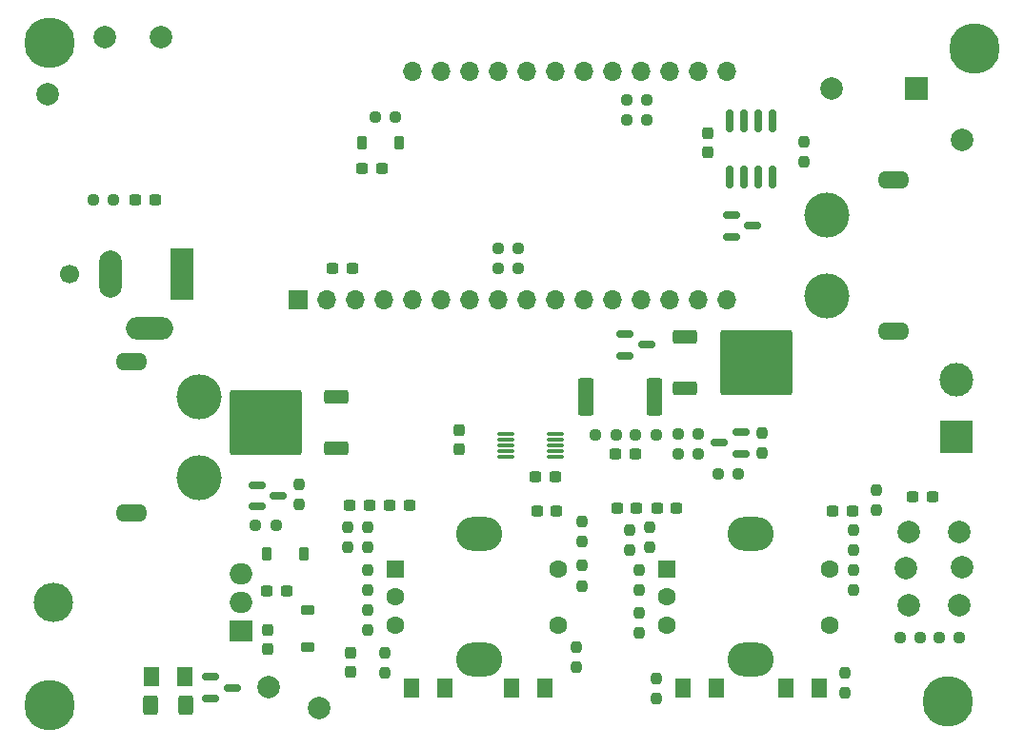
<source format=gts>
%TF.GenerationSoftware,KiCad,Pcbnew,7.0.10-7.0.10~ubuntu22.04.1*%
%TF.CreationDate,2024-01-10T15:33:04-08:00*%
%TF.ProjectId,eFuse_voltmeter_r6,65467573-655f-4766-9f6c-746d65746572,rev?*%
%TF.SameCoordinates,Original*%
%TF.FileFunction,Soldermask,Top*%
%TF.FilePolarity,Negative*%
%FSLAX46Y46*%
G04 Gerber Fmt 4.6, Leading zero omitted, Abs format (unit mm)*
G04 Created by KiCad (PCBNEW 7.0.10-7.0.10~ubuntu22.04.1) date 2024-01-10 15:33:04*
%MOMM*%
%LPD*%
G01*
G04 APERTURE LIST*
G04 Aperture macros list*
%AMRoundRect*
0 Rectangle with rounded corners*
0 $1 Rounding radius*
0 $2 $3 $4 $5 $6 $7 $8 $9 X,Y pos of 4 corners*
0 Add a 4 corners polygon primitive as box body*
4,1,4,$2,$3,$4,$5,$6,$7,$8,$9,$2,$3,0*
0 Add four circle primitives for the rounded corners*
1,1,$1+$1,$2,$3*
1,1,$1+$1,$4,$5*
1,1,$1+$1,$6,$7*
1,1,$1+$1,$8,$9*
0 Add four rect primitives between the rounded corners*
20,1,$1+$1,$2,$3,$4,$5,0*
20,1,$1+$1,$4,$5,$6,$7,0*
20,1,$1+$1,$6,$7,$8,$9,0*
20,1,$1+$1,$8,$9,$2,$3,0*%
G04 Aperture macros list end*
%ADD10RoundRect,0.250000X-0.850000X-0.350000X0.850000X-0.350000X0.850000X0.350000X-0.850000X0.350000X0*%
%ADD11RoundRect,0.249997X-2.950003X-2.650003X2.950003X-2.650003X2.950003X2.650003X-2.950003X2.650003X0*%
%ADD12C,4.500000*%
%ADD13RoundRect,0.237500X0.237500X-0.250000X0.237500X0.250000X-0.237500X0.250000X-0.237500X-0.250000X0*%
%ADD14RoundRect,0.237500X-0.250000X-0.237500X0.250000X-0.237500X0.250000X0.237500X-0.250000X0.237500X0*%
%ADD15RoundRect,0.237500X0.237500X-0.300000X0.237500X0.300000X-0.237500X0.300000X-0.237500X-0.300000X0*%
%ADD16C,2.000000*%
%ADD17RoundRect,0.250001X0.462499X0.624999X-0.462499X0.624999X-0.462499X-0.624999X0.462499X-0.624999X0*%
%ADD18RoundRect,0.250000X0.850000X0.350000X-0.850000X0.350000X-0.850000X-0.350000X0.850000X-0.350000X0*%
%ADD19RoundRect,0.249997X2.950003X2.650003X-2.950003X2.650003X-2.950003X-2.650003X2.950003X-2.650003X0*%
%ADD20RoundRect,0.237500X-0.237500X0.250000X-0.237500X-0.250000X0.237500X-0.250000X0.237500X0.250000X0*%
%ADD21RoundRect,0.237500X0.300000X0.237500X-0.300000X0.237500X-0.300000X-0.237500X0.300000X-0.237500X0*%
%ADD22C,4.000000*%
%ADD23O,2.800000X1.600000*%
%ADD24RoundRect,0.237500X0.250000X0.237500X-0.250000X0.237500X-0.250000X-0.237500X0.250000X-0.237500X0*%
%ADD25C,1.700000*%
%ADD26R,2.000000X4.600000*%
%ADD27O,2.000000X4.200000*%
%ADD28O,4.200000X2.000000*%
%ADD29RoundRect,0.150000X0.587500X0.150000X-0.587500X0.150000X-0.587500X-0.150000X0.587500X-0.150000X0*%
%ADD30RoundRect,0.237500X-0.300000X-0.237500X0.300000X-0.237500X0.300000X0.237500X-0.300000X0.237500X0*%
%ADD31RoundRect,0.150000X-0.587500X-0.150000X0.587500X-0.150000X0.587500X0.150000X-0.587500X0.150000X0*%
%ADD32RoundRect,0.250000X0.400000X0.625000X-0.400000X0.625000X-0.400000X-0.625000X0.400000X-0.625000X0*%
%ADD33RoundRect,0.250001X-0.462499X-0.624999X0.462499X-0.624999X0.462499X0.624999X-0.462499X0.624999X0*%
%ADD34RoundRect,0.225000X0.225000X0.375000X-0.225000X0.375000X-0.225000X-0.375000X0.225000X-0.375000X0*%
%ADD35RoundRect,0.225000X-0.225000X-0.375000X0.225000X-0.375000X0.225000X0.375000X-0.225000X0.375000X0*%
%ADD36RoundRect,0.249999X0.450001X1.425001X-0.450001X1.425001X-0.450001X-1.425001X0.450001X-1.425001X0*%
%ADD37R,3.000000X3.000000*%
%ADD38C,3.000000*%
%ADD39RoundRect,0.150000X0.150000X-0.825000X0.150000X0.825000X-0.150000X0.825000X-0.150000X-0.825000X0*%
%ADD40O,3.500000X3.500000*%
%ADD41R,2.000000X1.905000*%
%ADD42O,2.000000X1.905000*%
%ADD43R,1.700000X1.700000*%
%ADD44O,1.700000X1.700000*%
%ADD45R,2.000000X2.000000*%
%ADD46RoundRect,0.250000X-0.550000X-0.550000X0.550000X-0.550000X0.550000X0.550000X-0.550000X0.550000X0*%
%ADD47C,1.600000*%
%ADD48O,4.100000X3.000000*%
%ADD49RoundRect,0.075000X-0.650000X-0.075000X0.650000X-0.075000X0.650000X0.075000X-0.650000X0.075000X0*%
%ADD50RoundRect,0.225000X-0.375000X0.225000X-0.375000X-0.225000X0.375000X-0.225000X0.375000X0.225000X0*%
G04 APERTURE END LIST*
D10*
%TO.C,Q2*%
X141300200Y-92592200D03*
D11*
X147600200Y-94872200D03*
D10*
X141300200Y-97152200D03*
%TD*%
D12*
%TO.C,H4*%
X84810600Y-125307400D03*
%TD*%
D13*
%TO.C,R21*%
X138760200Y-124746700D03*
X138760200Y-122921700D03*
%TD*%
D14*
%TO.C,R12*%
X140641700Y-103006200D03*
X142466700Y-103006200D03*
%TD*%
D15*
%TO.C,C7*%
X104216200Y-120378700D03*
X104216200Y-118653700D03*
%TD*%
D14*
%TO.C,R9*%
X136069700Y-73288200D03*
X137894700Y-73288200D03*
%TD*%
D12*
%TO.C,H2*%
X84818200Y-66430200D03*
%TD*%
D16*
%TO.C,TP_Alert1*%
X94691200Y-65922200D03*
%TD*%
D13*
%TO.C,R32*%
X132156200Y-110776700D03*
X132156200Y-108951700D03*
%TD*%
D17*
%TO.C,D8*%
X144057700Y-123834200D03*
X141082700Y-123834200D03*
%TD*%
D12*
%TO.C,H1*%
X167028200Y-66938200D03*
%TD*%
D18*
%TO.C,Q1*%
X110312200Y-102486200D03*
D19*
X104012200Y-100206200D03*
D18*
X110312200Y-97926200D03*
%TD*%
D16*
%TO.C,PWR_OUT1*%
X165938200Y-75066200D03*
%TD*%
D20*
%TO.C,R6*%
X107010200Y-105649700D03*
X107010200Y-107474700D03*
%TD*%
D13*
%TO.C,R20*%
X155524200Y-124238700D03*
X155524200Y-122413700D03*
%TD*%
D21*
%TO.C,C12*%
X156132700Y-108086200D03*
X154407700Y-108086200D03*
%TD*%
D22*
%TO.C,J2*%
X98085305Y-105097016D03*
X98085305Y-97897016D03*
D23*
X92085305Y-108247016D03*
X92085305Y-94747016D03*
%TD*%
D21*
%TO.C,C10*%
X114323200Y-77606200D03*
X112598200Y-77606200D03*
%TD*%
D24*
%TO.C,R3*%
X138690700Y-101258200D03*
X136865700Y-101258200D03*
%TD*%
D25*
%TO.C,J1*%
X86546200Y-87004200D03*
D26*
X96546200Y-87004200D03*
D27*
X90246200Y-87004200D03*
D28*
X93646200Y-91804200D03*
%TD*%
D14*
%TO.C,R13*%
X144197700Y-104784200D03*
X146022700Y-104784200D03*
%TD*%
D24*
%TO.C,R16*%
X165680600Y-119288200D03*
X163855600Y-119288200D03*
%TD*%
D14*
%TO.C,R17*%
X160375800Y-119288200D03*
X162200800Y-119288200D03*
%TD*%
D29*
%TO.C,Q3*%
X146223200Y-102940200D03*
X146223200Y-101040200D03*
X144348200Y-101990200D03*
%TD*%
D20*
%TO.C,R4*%
X158318200Y-106157700D03*
X158318200Y-107982700D03*
%TD*%
D30*
%TO.C,C16*%
X135230700Y-107797200D03*
X136955700Y-107797200D03*
%TD*%
D31*
%TO.C,D1*%
X103280700Y-105748200D03*
X103280700Y-107648200D03*
X105155700Y-106698200D03*
%TD*%
D21*
%TO.C,C2*%
X94156700Y-80400200D03*
X92431700Y-80400200D03*
%TD*%
D16*
%TO.C,TP_5V1*%
X104241600Y-123748800D03*
%TD*%
D15*
%TO.C,C17*%
X143332200Y-76182700D03*
X143332200Y-74457700D03*
%TD*%
%TO.C,C9*%
X111582200Y-122410700D03*
X111582200Y-120685700D03*
%TD*%
D20*
%TO.C,R31*%
X113106200Y-109459700D03*
X113106200Y-111284700D03*
%TD*%
%TO.C,R33*%
X138125200Y-109459700D03*
X138125200Y-111284700D03*
%TD*%
D31*
%TO.C,D4*%
X99136200Y-122818200D03*
X99136200Y-124718200D03*
X101011200Y-123768200D03*
%TD*%
D16*
%TO.C,GND1*%
X108788200Y-125612200D03*
%TD*%
D14*
%TO.C,R11*%
X103105700Y-109298200D03*
X104930700Y-109298200D03*
%TD*%
D32*
%TO.C,R15*%
X96876200Y-125358200D03*
X93776200Y-125358200D03*
%TD*%
D20*
%TO.C,R35*%
X111328200Y-109459700D03*
X111328200Y-111284700D03*
%TD*%
D33*
%TO.C,D6*%
X125842700Y-123834200D03*
X128817700Y-123834200D03*
%TD*%
D34*
%TO.C,D3*%
X107390200Y-111896200D03*
X104090200Y-111896200D03*
%TD*%
D13*
%TO.C,R28*%
X137236200Y-115094700D03*
X137236200Y-113269700D03*
%TD*%
D33*
%TO.C,D7*%
X150226700Y-123834200D03*
X153201700Y-123834200D03*
%TD*%
D24*
%TO.C,R5*%
X90500200Y-80400200D03*
X88675200Y-80400200D03*
%TD*%
D35*
%TO.C,D10*%
X112600200Y-75320200D03*
X115900200Y-75320200D03*
%TD*%
D36*
%TO.C,R1*%
X138538200Y-97938200D03*
X132438200Y-97938200D03*
%TD*%
D37*
%TO.C,J4*%
X165430200Y-101482200D03*
D38*
X165430200Y-96402200D03*
%TD*%
D14*
%TO.C,R7*%
X140641700Y-101228200D03*
X142466700Y-101228200D03*
%TD*%
D12*
%TO.C,H3*%
X164652105Y-124964816D03*
%TD*%
D20*
%TO.C,R25*%
X113106200Y-116825700D03*
X113106200Y-118650700D03*
%TD*%
D24*
%TO.C,R24*%
X126464700Y-84718200D03*
X124639700Y-84718200D03*
%TD*%
D39*
%TO.C,U4*%
X145237200Y-78303200D03*
X146507200Y-78303200D03*
X147777200Y-78303200D03*
X149047200Y-78303200D03*
X149047200Y-73353200D03*
X147777200Y-73353200D03*
X146507200Y-73353200D03*
X145237200Y-73353200D03*
%TD*%
D40*
%TO.C,U3*%
X85153000Y-116179600D03*
D41*
X101813000Y-118719600D03*
D42*
X101813000Y-116179600D03*
X101813000Y-113639600D03*
%TD*%
D17*
%TO.C,D5*%
X119927700Y-123834200D03*
X116952700Y-123834200D03*
%TD*%
D43*
%TO.C,U2*%
X106878200Y-89238200D03*
D44*
X109418200Y-89238200D03*
X111958200Y-89238200D03*
X114498200Y-89238200D03*
X117038200Y-89238200D03*
X119578200Y-89238200D03*
X122118200Y-89238200D03*
X124658200Y-89238200D03*
X127198200Y-89238200D03*
X129738200Y-89238200D03*
X132278200Y-89238200D03*
X134818200Y-89238200D03*
X137358200Y-89238200D03*
X139898200Y-89238200D03*
X142438200Y-89238200D03*
X144978200Y-89238200D03*
X144978200Y-68918200D03*
X142438200Y-68918200D03*
X139898200Y-68918200D03*
X137358200Y-68918200D03*
X134818200Y-68918200D03*
X132278200Y-68918200D03*
X129738200Y-68918200D03*
X127198200Y-68918200D03*
X124658200Y-68918200D03*
X122118200Y-68918200D03*
X119578200Y-68918200D03*
X117038200Y-68918200D03*
%TD*%
D45*
%TO.C,BZ1*%
X161864200Y-70494200D03*
D16*
X154264200Y-70494200D03*
%TD*%
D30*
%TO.C,C13*%
X115037700Y-107578200D03*
X116762700Y-107578200D03*
%TD*%
%TO.C,C6*%
X109957700Y-86496200D03*
X111682700Y-86496200D03*
%TD*%
%TO.C,C8*%
X104115700Y-115198200D03*
X105840700Y-115198200D03*
%TD*%
D16*
%TO.C,Vin1*%
X84658200Y-71002200D03*
%TD*%
%TO.C,GND2*%
X89738200Y-65922200D03*
%TD*%
D31*
%TO.C,D2*%
X135966200Y-92318200D03*
X135966200Y-94218200D03*
X137841200Y-93268200D03*
%TD*%
D24*
%TO.C,R23*%
X126464700Y-86496200D03*
X124639700Y-86496200D03*
%TD*%
D13*
%TO.C,R19*%
X131648200Y-121952700D03*
X131648200Y-120127700D03*
%TD*%
%TO.C,R22*%
X151841200Y-76994700D03*
X151841200Y-75169700D03*
%TD*%
D31*
%TO.C,Q4*%
X145442700Y-81736200D03*
X145442700Y-83636200D03*
X147317700Y-82686200D03*
%TD*%
D16*
%TO.C,SW1*%
X161148200Y-116416200D03*
X161148200Y-109916200D03*
X165923400Y-113063400D03*
X160894200Y-113114200D03*
X165648200Y-116416200D03*
X165648200Y-109916200D03*
%TD*%
D46*
%TO.C,SW3*%
X139638200Y-113206200D03*
D47*
X139638200Y-118206200D03*
X139638200Y-115706200D03*
X154138200Y-113206200D03*
X154138200Y-118206200D03*
D48*
X147138200Y-110106200D03*
X147138200Y-121306200D03*
%TD*%
D22*
%TO.C,J3*%
X153842200Y-81734200D03*
X153842200Y-88934200D03*
D23*
X159842200Y-78584200D03*
X159842200Y-92084200D03*
%TD*%
D49*
%TO.C,U1*%
X125384200Y-101244200D03*
X125384200Y-101744200D03*
X125384200Y-102244200D03*
X125384200Y-102744200D03*
X125384200Y-103244200D03*
X129784200Y-103244200D03*
X129784200Y-102744200D03*
X129784200Y-102244200D03*
X129784200Y-101744200D03*
X129784200Y-101244200D03*
%TD*%
D15*
%TO.C,C3*%
X121234200Y-102598700D03*
X121234200Y-100873700D03*
%TD*%
D30*
%TO.C,C15*%
X138786700Y-107797200D03*
X140511700Y-107797200D03*
%TD*%
%TO.C,C5*%
X127991700Y-105038200D03*
X129716700Y-105038200D03*
%TD*%
D13*
%TO.C,R18*%
X114630200Y-122460700D03*
X114630200Y-120635700D03*
%TD*%
%TO.C,R26*%
X113106200Y-115094700D03*
X113106200Y-113269700D03*
%TD*%
%TO.C,R29*%
X132156200Y-114737200D03*
X132156200Y-112912200D03*
%TD*%
D24*
%TO.C,R10*%
X115542700Y-73034200D03*
X113717700Y-73034200D03*
%TD*%
D33*
%TO.C,FB1*%
X93838700Y-122818200D03*
X96813700Y-122818200D03*
%TD*%
D30*
%TO.C,C1*%
X161519700Y-106816200D03*
X163244700Y-106816200D03*
%TD*%
D13*
%TO.C,R34*%
X156286200Y-111538700D03*
X156286200Y-109713700D03*
%TD*%
D20*
%TO.C,R36*%
X136347200Y-109713700D03*
X136347200Y-111538700D03*
%TD*%
D21*
%TO.C,C4*%
X136828700Y-103006200D03*
X135103700Y-103006200D03*
%TD*%
D14*
%TO.C,R8*%
X136069700Y-71510200D03*
X137894700Y-71510200D03*
%TD*%
D30*
%TO.C,C14*%
X111481700Y-107578200D03*
X113206700Y-107578200D03*
%TD*%
D21*
%TO.C,C11*%
X129843700Y-108086200D03*
X128118700Y-108086200D03*
%TD*%
D20*
%TO.C,R27*%
X137236200Y-117079700D03*
X137236200Y-118904700D03*
%TD*%
D46*
%TO.C,SW2*%
X115508200Y-113206200D03*
D47*
X115508200Y-118206200D03*
X115508200Y-115706200D03*
X130008200Y-113206200D03*
X130008200Y-118206200D03*
D48*
X123008200Y-110106200D03*
X123008200Y-121306200D03*
%TD*%
D14*
%TO.C,R2*%
X133305700Y-101258200D03*
X135130700Y-101258200D03*
%TD*%
D50*
%TO.C,D9*%
X107772200Y-116850200D03*
X107772200Y-120150200D03*
%TD*%
D13*
%TO.C,R14*%
X148158200Y-102902700D03*
X148158200Y-101077700D03*
%TD*%
%TO.C,R30*%
X156286200Y-115094700D03*
X156286200Y-113269700D03*
%TD*%
M02*

</source>
